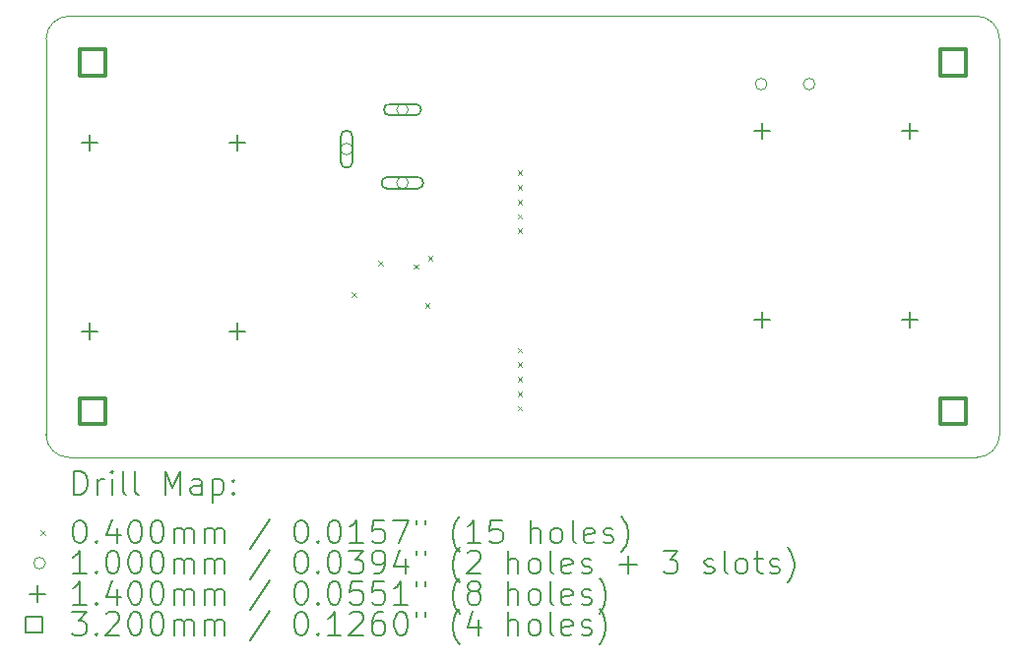
<source format=gbr>
%TF.GenerationSoftware,KiCad,Pcbnew,7.0.2*%
%TF.CreationDate,2023-11-21T13:08:44+01:00*%
%TF.ProjectId,ZDG_ELEKTRONIKA_D-class_AMP,5a44475f-454c-4454-9b54-524f4e494b41,rev?*%
%TF.SameCoordinates,Original*%
%TF.FileFunction,Drillmap*%
%TF.FilePolarity,Positive*%
%FSLAX45Y45*%
G04 Gerber Fmt 4.5, Leading zero omitted, Abs format (unit mm)*
G04 Created by KiCad (PCBNEW 7.0.2) date 2023-11-21 13:08:44*
%MOMM*%
%LPD*%
G01*
G04 APERTURE LIST*
%ADD10C,0.100000*%
%ADD11C,0.200000*%
%ADD12C,0.040000*%
%ADD13C,0.140000*%
%ADD14C,0.320000*%
G04 APERTURE END LIST*
D10*
X0Y-200000D02*
X0Y-3600000D01*
X8200000Y-3600000D02*
X8200000Y-200000D01*
X0Y-3600000D02*
G75*
G03*
X200000Y-3800000I200000J0D01*
G01*
X8200000Y-200000D02*
G75*
G03*
X8000000Y0I-200000J0D01*
G01*
X8000000Y-3800000D02*
G75*
G03*
X8200000Y-3600000I0J200000D01*
G01*
X200000Y-3800000D02*
X8000000Y-3800000D01*
X200000Y0D02*
X8000000Y0D01*
X200000Y0D02*
G75*
G03*
X0Y-200000I0J-200000D01*
G01*
D11*
D12*
X2630000Y-2380000D02*
X2670000Y-2420000D01*
X2670000Y-2380000D02*
X2630000Y-2420000D01*
X2855000Y-2105000D02*
X2895000Y-2145000D01*
X2895000Y-2105000D02*
X2855000Y-2145000D01*
X3160000Y-2135000D02*
X3200000Y-2175000D01*
X3200000Y-2135000D02*
X3160000Y-2175000D01*
X3260000Y-2470000D02*
X3300000Y-2510000D01*
X3300000Y-2470000D02*
X3260000Y-2510000D01*
X3285000Y-2065000D02*
X3325000Y-2105000D01*
X3325000Y-2065000D02*
X3285000Y-2105000D01*
X4055000Y-1330000D02*
X4095000Y-1370000D01*
X4095000Y-1330000D02*
X4055000Y-1370000D01*
X4055000Y-1455000D02*
X4095000Y-1495000D01*
X4095000Y-1455000D02*
X4055000Y-1495000D01*
X4055000Y-1580000D02*
X4095000Y-1620000D01*
X4095000Y-1580000D02*
X4055000Y-1620000D01*
X4055000Y-1705000D02*
X4095000Y-1745000D01*
X4095000Y-1705000D02*
X4055000Y-1745000D01*
X4055000Y-1830000D02*
X4095000Y-1870000D01*
X4095000Y-1830000D02*
X4055000Y-1870000D01*
X4055000Y-2855000D02*
X4095000Y-2895000D01*
X4095000Y-2855000D02*
X4055000Y-2895000D01*
X4055000Y-2980000D02*
X4095000Y-3020000D01*
X4095000Y-2980000D02*
X4055000Y-3020000D01*
X4055000Y-3105000D02*
X4095000Y-3145000D01*
X4095000Y-3105000D02*
X4055000Y-3145000D01*
X4055000Y-3230000D02*
X4095000Y-3270000D01*
X4095000Y-3230000D02*
X4055000Y-3270000D01*
X4055000Y-3355000D02*
X4095000Y-3395000D01*
X4095000Y-3355000D02*
X4055000Y-3395000D01*
D10*
X2635000Y-1145000D02*
G75*
G03*
X2635000Y-1145000I-50000J0D01*
G01*
D11*
X2635000Y-1255000D02*
X2635000Y-1035000D01*
X2635000Y-1035000D02*
G75*
G03*
X2535000Y-1035000I-50000J0D01*
G01*
X2535000Y-1035000D02*
X2535000Y-1255000D01*
X2535000Y-1255000D02*
G75*
G03*
X2635000Y-1255000I50000J0D01*
G01*
D10*
X3115000Y-805000D02*
G75*
G03*
X3115000Y-805000I-50000J0D01*
G01*
D11*
X3175000Y-755000D02*
X2955000Y-755000D01*
X2955000Y-755000D02*
G75*
G03*
X2955000Y-855000I0J-50000D01*
G01*
X2955000Y-855000D02*
X3175000Y-855000D01*
X3175000Y-855000D02*
G75*
G03*
X3175000Y-755000I0J50000D01*
G01*
D10*
X3115000Y-1435000D02*
G75*
G03*
X3115000Y-1435000I-50000J0D01*
G01*
D11*
X3195000Y-1385000D02*
X2935000Y-1385000D01*
X2935000Y-1385000D02*
G75*
G03*
X2935000Y-1485000I0J-50000D01*
G01*
X2935000Y-1485000D02*
X3195000Y-1485000D01*
X3195000Y-1485000D02*
G75*
G03*
X3195000Y-1385000I0J50000D01*
G01*
D10*
X6200000Y-585000D02*
G75*
G03*
X6200000Y-585000I-50000J0D01*
G01*
X6612500Y-585000D02*
G75*
G03*
X6612500Y-585000I-50000J0D01*
G01*
D13*
X373500Y-1018500D02*
X373500Y-1158500D01*
X303500Y-1088500D02*
X443500Y-1088500D01*
X373500Y-2641500D02*
X373500Y-2781500D01*
X303500Y-2711500D02*
X443500Y-2711500D01*
X1643500Y-1018500D02*
X1643500Y-1158500D01*
X1573500Y-1088500D02*
X1713500Y-1088500D01*
X1643500Y-2641500D02*
X1643500Y-2781500D01*
X1573500Y-2711500D02*
X1713500Y-2711500D01*
X6156500Y-918500D02*
X6156500Y-1058500D01*
X6086500Y-988500D02*
X6226500Y-988500D01*
X6156500Y-2541500D02*
X6156500Y-2681500D01*
X6086500Y-2611500D02*
X6226500Y-2611500D01*
X7426500Y-918500D02*
X7426500Y-1058500D01*
X7356500Y-988500D02*
X7496500Y-988500D01*
X7426500Y-2541500D02*
X7426500Y-2681500D01*
X7356500Y-2611500D02*
X7496500Y-2611500D01*
D14*
X513138Y-513138D02*
X513138Y-286862D01*
X286862Y-286862D01*
X286862Y-513138D01*
X513138Y-513138D01*
X513138Y-3513138D02*
X513138Y-3286862D01*
X286862Y-3286862D01*
X286862Y-3513138D01*
X513138Y-3513138D01*
X7913138Y-513138D02*
X7913138Y-286862D01*
X7686862Y-286862D01*
X7686862Y-513138D01*
X7913138Y-513138D01*
X7913138Y-3513138D02*
X7913138Y-3286862D01*
X7686862Y-3286862D01*
X7686862Y-3513138D01*
X7913138Y-3513138D01*
D11*
X242619Y-4117524D02*
X242619Y-3917524D01*
X242619Y-3917524D02*
X290238Y-3917524D01*
X290238Y-3917524D02*
X318810Y-3927048D01*
X318810Y-3927048D02*
X337857Y-3946095D01*
X337857Y-3946095D02*
X347381Y-3965143D01*
X347381Y-3965143D02*
X356905Y-4003238D01*
X356905Y-4003238D02*
X356905Y-4031809D01*
X356905Y-4031809D02*
X347381Y-4069905D01*
X347381Y-4069905D02*
X337857Y-4088952D01*
X337857Y-4088952D02*
X318810Y-4108000D01*
X318810Y-4108000D02*
X290238Y-4117524D01*
X290238Y-4117524D02*
X242619Y-4117524D01*
X442619Y-4117524D02*
X442619Y-3984190D01*
X442619Y-4022286D02*
X452143Y-4003238D01*
X452143Y-4003238D02*
X461667Y-3993714D01*
X461667Y-3993714D02*
X480714Y-3984190D01*
X480714Y-3984190D02*
X499762Y-3984190D01*
X566429Y-4117524D02*
X566429Y-3984190D01*
X566429Y-3917524D02*
X556905Y-3927048D01*
X556905Y-3927048D02*
X566429Y-3936571D01*
X566429Y-3936571D02*
X575952Y-3927048D01*
X575952Y-3927048D02*
X566429Y-3917524D01*
X566429Y-3917524D02*
X566429Y-3936571D01*
X690238Y-4117524D02*
X671190Y-4108000D01*
X671190Y-4108000D02*
X661667Y-4088952D01*
X661667Y-4088952D02*
X661667Y-3917524D01*
X795000Y-4117524D02*
X775952Y-4108000D01*
X775952Y-4108000D02*
X766428Y-4088952D01*
X766428Y-4088952D02*
X766428Y-3917524D01*
X1023571Y-4117524D02*
X1023571Y-3917524D01*
X1023571Y-3917524D02*
X1090238Y-4060381D01*
X1090238Y-4060381D02*
X1156905Y-3917524D01*
X1156905Y-3917524D02*
X1156905Y-4117524D01*
X1337857Y-4117524D02*
X1337857Y-4012762D01*
X1337857Y-4012762D02*
X1328333Y-3993714D01*
X1328333Y-3993714D02*
X1309286Y-3984190D01*
X1309286Y-3984190D02*
X1271190Y-3984190D01*
X1271190Y-3984190D02*
X1252143Y-3993714D01*
X1337857Y-4108000D02*
X1318810Y-4117524D01*
X1318810Y-4117524D02*
X1271190Y-4117524D01*
X1271190Y-4117524D02*
X1252143Y-4108000D01*
X1252143Y-4108000D02*
X1242619Y-4088952D01*
X1242619Y-4088952D02*
X1242619Y-4069905D01*
X1242619Y-4069905D02*
X1252143Y-4050857D01*
X1252143Y-4050857D02*
X1271190Y-4041333D01*
X1271190Y-4041333D02*
X1318810Y-4041333D01*
X1318810Y-4041333D02*
X1337857Y-4031809D01*
X1433095Y-3984190D02*
X1433095Y-4184190D01*
X1433095Y-3993714D02*
X1452143Y-3984190D01*
X1452143Y-3984190D02*
X1490238Y-3984190D01*
X1490238Y-3984190D02*
X1509286Y-3993714D01*
X1509286Y-3993714D02*
X1518809Y-4003238D01*
X1518809Y-4003238D02*
X1528333Y-4022286D01*
X1528333Y-4022286D02*
X1528333Y-4079428D01*
X1528333Y-4079428D02*
X1518809Y-4098476D01*
X1518809Y-4098476D02*
X1509286Y-4108000D01*
X1509286Y-4108000D02*
X1490238Y-4117524D01*
X1490238Y-4117524D02*
X1452143Y-4117524D01*
X1452143Y-4117524D02*
X1433095Y-4108000D01*
X1614048Y-4098476D02*
X1623571Y-4108000D01*
X1623571Y-4108000D02*
X1614048Y-4117524D01*
X1614048Y-4117524D02*
X1604524Y-4108000D01*
X1604524Y-4108000D02*
X1614048Y-4098476D01*
X1614048Y-4098476D02*
X1614048Y-4117524D01*
X1614048Y-3993714D02*
X1623571Y-4003238D01*
X1623571Y-4003238D02*
X1614048Y-4012762D01*
X1614048Y-4012762D02*
X1604524Y-4003238D01*
X1604524Y-4003238D02*
X1614048Y-3993714D01*
X1614048Y-3993714D02*
X1614048Y-4012762D01*
D12*
X-45000Y-4425000D02*
X-5000Y-4465000D01*
X-5000Y-4425000D02*
X-45000Y-4465000D01*
D11*
X280714Y-4337524D02*
X299762Y-4337524D01*
X299762Y-4337524D02*
X318810Y-4347048D01*
X318810Y-4347048D02*
X328333Y-4356571D01*
X328333Y-4356571D02*
X337857Y-4375619D01*
X337857Y-4375619D02*
X347381Y-4413714D01*
X347381Y-4413714D02*
X347381Y-4461333D01*
X347381Y-4461333D02*
X337857Y-4499429D01*
X337857Y-4499429D02*
X328333Y-4518476D01*
X328333Y-4518476D02*
X318810Y-4528000D01*
X318810Y-4528000D02*
X299762Y-4537524D01*
X299762Y-4537524D02*
X280714Y-4537524D01*
X280714Y-4537524D02*
X261667Y-4528000D01*
X261667Y-4528000D02*
X252143Y-4518476D01*
X252143Y-4518476D02*
X242619Y-4499429D01*
X242619Y-4499429D02*
X233095Y-4461333D01*
X233095Y-4461333D02*
X233095Y-4413714D01*
X233095Y-4413714D02*
X242619Y-4375619D01*
X242619Y-4375619D02*
X252143Y-4356571D01*
X252143Y-4356571D02*
X261667Y-4347048D01*
X261667Y-4347048D02*
X280714Y-4337524D01*
X433095Y-4518476D02*
X442619Y-4528000D01*
X442619Y-4528000D02*
X433095Y-4537524D01*
X433095Y-4537524D02*
X423571Y-4528000D01*
X423571Y-4528000D02*
X433095Y-4518476D01*
X433095Y-4518476D02*
X433095Y-4537524D01*
X614048Y-4404190D02*
X614048Y-4537524D01*
X566429Y-4328000D02*
X518809Y-4470857D01*
X518809Y-4470857D02*
X642619Y-4470857D01*
X756905Y-4337524D02*
X775952Y-4337524D01*
X775952Y-4337524D02*
X795000Y-4347048D01*
X795000Y-4347048D02*
X804524Y-4356571D01*
X804524Y-4356571D02*
X814048Y-4375619D01*
X814048Y-4375619D02*
X823571Y-4413714D01*
X823571Y-4413714D02*
X823571Y-4461333D01*
X823571Y-4461333D02*
X814048Y-4499429D01*
X814048Y-4499429D02*
X804524Y-4518476D01*
X804524Y-4518476D02*
X795000Y-4528000D01*
X795000Y-4528000D02*
X775952Y-4537524D01*
X775952Y-4537524D02*
X756905Y-4537524D01*
X756905Y-4537524D02*
X737857Y-4528000D01*
X737857Y-4528000D02*
X728333Y-4518476D01*
X728333Y-4518476D02*
X718809Y-4499429D01*
X718809Y-4499429D02*
X709286Y-4461333D01*
X709286Y-4461333D02*
X709286Y-4413714D01*
X709286Y-4413714D02*
X718809Y-4375619D01*
X718809Y-4375619D02*
X728333Y-4356571D01*
X728333Y-4356571D02*
X737857Y-4347048D01*
X737857Y-4347048D02*
X756905Y-4337524D01*
X947381Y-4337524D02*
X966429Y-4337524D01*
X966429Y-4337524D02*
X985476Y-4347048D01*
X985476Y-4347048D02*
X995000Y-4356571D01*
X995000Y-4356571D02*
X1004524Y-4375619D01*
X1004524Y-4375619D02*
X1014048Y-4413714D01*
X1014048Y-4413714D02*
X1014048Y-4461333D01*
X1014048Y-4461333D02*
X1004524Y-4499429D01*
X1004524Y-4499429D02*
X995000Y-4518476D01*
X995000Y-4518476D02*
X985476Y-4528000D01*
X985476Y-4528000D02*
X966429Y-4537524D01*
X966429Y-4537524D02*
X947381Y-4537524D01*
X947381Y-4537524D02*
X928333Y-4528000D01*
X928333Y-4528000D02*
X918809Y-4518476D01*
X918809Y-4518476D02*
X909286Y-4499429D01*
X909286Y-4499429D02*
X899762Y-4461333D01*
X899762Y-4461333D02*
X899762Y-4413714D01*
X899762Y-4413714D02*
X909286Y-4375619D01*
X909286Y-4375619D02*
X918809Y-4356571D01*
X918809Y-4356571D02*
X928333Y-4347048D01*
X928333Y-4347048D02*
X947381Y-4337524D01*
X1099762Y-4537524D02*
X1099762Y-4404190D01*
X1099762Y-4423238D02*
X1109286Y-4413714D01*
X1109286Y-4413714D02*
X1128333Y-4404190D01*
X1128333Y-4404190D02*
X1156905Y-4404190D01*
X1156905Y-4404190D02*
X1175952Y-4413714D01*
X1175952Y-4413714D02*
X1185476Y-4432762D01*
X1185476Y-4432762D02*
X1185476Y-4537524D01*
X1185476Y-4432762D02*
X1195000Y-4413714D01*
X1195000Y-4413714D02*
X1214048Y-4404190D01*
X1214048Y-4404190D02*
X1242619Y-4404190D01*
X1242619Y-4404190D02*
X1261667Y-4413714D01*
X1261667Y-4413714D02*
X1271191Y-4432762D01*
X1271191Y-4432762D02*
X1271191Y-4537524D01*
X1366429Y-4537524D02*
X1366429Y-4404190D01*
X1366429Y-4423238D02*
X1375952Y-4413714D01*
X1375952Y-4413714D02*
X1395000Y-4404190D01*
X1395000Y-4404190D02*
X1423571Y-4404190D01*
X1423571Y-4404190D02*
X1442619Y-4413714D01*
X1442619Y-4413714D02*
X1452143Y-4432762D01*
X1452143Y-4432762D02*
X1452143Y-4537524D01*
X1452143Y-4432762D02*
X1461667Y-4413714D01*
X1461667Y-4413714D02*
X1480714Y-4404190D01*
X1480714Y-4404190D02*
X1509286Y-4404190D01*
X1509286Y-4404190D02*
X1528333Y-4413714D01*
X1528333Y-4413714D02*
X1537857Y-4432762D01*
X1537857Y-4432762D02*
X1537857Y-4537524D01*
X1928333Y-4328000D02*
X1756905Y-4585143D01*
X2185476Y-4337524D02*
X2204524Y-4337524D01*
X2204524Y-4337524D02*
X2223572Y-4347048D01*
X2223572Y-4347048D02*
X2233095Y-4356571D01*
X2233095Y-4356571D02*
X2242619Y-4375619D01*
X2242619Y-4375619D02*
X2252143Y-4413714D01*
X2252143Y-4413714D02*
X2252143Y-4461333D01*
X2252143Y-4461333D02*
X2242619Y-4499429D01*
X2242619Y-4499429D02*
X2233095Y-4518476D01*
X2233095Y-4518476D02*
X2223572Y-4528000D01*
X2223572Y-4528000D02*
X2204524Y-4537524D01*
X2204524Y-4537524D02*
X2185476Y-4537524D01*
X2185476Y-4537524D02*
X2166429Y-4528000D01*
X2166429Y-4528000D02*
X2156905Y-4518476D01*
X2156905Y-4518476D02*
X2147381Y-4499429D01*
X2147381Y-4499429D02*
X2137857Y-4461333D01*
X2137857Y-4461333D02*
X2137857Y-4413714D01*
X2137857Y-4413714D02*
X2147381Y-4375619D01*
X2147381Y-4375619D02*
X2156905Y-4356571D01*
X2156905Y-4356571D02*
X2166429Y-4347048D01*
X2166429Y-4347048D02*
X2185476Y-4337524D01*
X2337857Y-4518476D02*
X2347381Y-4528000D01*
X2347381Y-4528000D02*
X2337857Y-4537524D01*
X2337857Y-4537524D02*
X2328334Y-4528000D01*
X2328334Y-4528000D02*
X2337857Y-4518476D01*
X2337857Y-4518476D02*
X2337857Y-4537524D01*
X2471191Y-4337524D02*
X2490238Y-4337524D01*
X2490238Y-4337524D02*
X2509286Y-4347048D01*
X2509286Y-4347048D02*
X2518810Y-4356571D01*
X2518810Y-4356571D02*
X2528334Y-4375619D01*
X2528334Y-4375619D02*
X2537857Y-4413714D01*
X2537857Y-4413714D02*
X2537857Y-4461333D01*
X2537857Y-4461333D02*
X2528334Y-4499429D01*
X2528334Y-4499429D02*
X2518810Y-4518476D01*
X2518810Y-4518476D02*
X2509286Y-4528000D01*
X2509286Y-4528000D02*
X2490238Y-4537524D01*
X2490238Y-4537524D02*
X2471191Y-4537524D01*
X2471191Y-4537524D02*
X2452143Y-4528000D01*
X2452143Y-4528000D02*
X2442619Y-4518476D01*
X2442619Y-4518476D02*
X2433095Y-4499429D01*
X2433095Y-4499429D02*
X2423572Y-4461333D01*
X2423572Y-4461333D02*
X2423572Y-4413714D01*
X2423572Y-4413714D02*
X2433095Y-4375619D01*
X2433095Y-4375619D02*
X2442619Y-4356571D01*
X2442619Y-4356571D02*
X2452143Y-4347048D01*
X2452143Y-4347048D02*
X2471191Y-4337524D01*
X2728334Y-4537524D02*
X2614048Y-4537524D01*
X2671191Y-4537524D02*
X2671191Y-4337524D01*
X2671191Y-4337524D02*
X2652143Y-4366095D01*
X2652143Y-4366095D02*
X2633095Y-4385143D01*
X2633095Y-4385143D02*
X2614048Y-4394667D01*
X2909286Y-4337524D02*
X2814048Y-4337524D01*
X2814048Y-4337524D02*
X2804524Y-4432762D01*
X2804524Y-4432762D02*
X2814048Y-4423238D01*
X2814048Y-4423238D02*
X2833095Y-4413714D01*
X2833095Y-4413714D02*
X2880714Y-4413714D01*
X2880714Y-4413714D02*
X2899762Y-4423238D01*
X2899762Y-4423238D02*
X2909286Y-4432762D01*
X2909286Y-4432762D02*
X2918810Y-4451810D01*
X2918810Y-4451810D02*
X2918810Y-4499429D01*
X2918810Y-4499429D02*
X2909286Y-4518476D01*
X2909286Y-4518476D02*
X2899762Y-4528000D01*
X2899762Y-4528000D02*
X2880714Y-4537524D01*
X2880714Y-4537524D02*
X2833095Y-4537524D01*
X2833095Y-4537524D02*
X2814048Y-4528000D01*
X2814048Y-4528000D02*
X2804524Y-4518476D01*
X2985476Y-4337524D02*
X3118810Y-4337524D01*
X3118810Y-4337524D02*
X3033095Y-4537524D01*
X3185476Y-4337524D02*
X3185476Y-4375619D01*
X3261667Y-4337524D02*
X3261667Y-4375619D01*
X3556905Y-4613714D02*
X3547381Y-4604190D01*
X3547381Y-4604190D02*
X3528334Y-4575619D01*
X3528334Y-4575619D02*
X3518810Y-4556571D01*
X3518810Y-4556571D02*
X3509286Y-4528000D01*
X3509286Y-4528000D02*
X3499762Y-4480381D01*
X3499762Y-4480381D02*
X3499762Y-4442286D01*
X3499762Y-4442286D02*
X3509286Y-4394667D01*
X3509286Y-4394667D02*
X3518810Y-4366095D01*
X3518810Y-4366095D02*
X3528334Y-4347048D01*
X3528334Y-4347048D02*
X3547381Y-4318476D01*
X3547381Y-4318476D02*
X3556905Y-4308952D01*
X3737857Y-4537524D02*
X3623572Y-4537524D01*
X3680714Y-4537524D02*
X3680714Y-4337524D01*
X3680714Y-4337524D02*
X3661667Y-4366095D01*
X3661667Y-4366095D02*
X3642619Y-4385143D01*
X3642619Y-4385143D02*
X3623572Y-4394667D01*
X3918810Y-4337524D02*
X3823572Y-4337524D01*
X3823572Y-4337524D02*
X3814048Y-4432762D01*
X3814048Y-4432762D02*
X3823572Y-4423238D01*
X3823572Y-4423238D02*
X3842619Y-4413714D01*
X3842619Y-4413714D02*
X3890238Y-4413714D01*
X3890238Y-4413714D02*
X3909286Y-4423238D01*
X3909286Y-4423238D02*
X3918810Y-4432762D01*
X3918810Y-4432762D02*
X3928334Y-4451810D01*
X3928334Y-4451810D02*
X3928334Y-4499429D01*
X3928334Y-4499429D02*
X3918810Y-4518476D01*
X3918810Y-4518476D02*
X3909286Y-4528000D01*
X3909286Y-4528000D02*
X3890238Y-4537524D01*
X3890238Y-4537524D02*
X3842619Y-4537524D01*
X3842619Y-4537524D02*
X3823572Y-4528000D01*
X3823572Y-4528000D02*
X3814048Y-4518476D01*
X4166429Y-4537524D02*
X4166429Y-4337524D01*
X4252143Y-4537524D02*
X4252143Y-4432762D01*
X4252143Y-4432762D02*
X4242619Y-4413714D01*
X4242619Y-4413714D02*
X4223572Y-4404190D01*
X4223572Y-4404190D02*
X4195000Y-4404190D01*
X4195000Y-4404190D02*
X4175953Y-4413714D01*
X4175953Y-4413714D02*
X4166429Y-4423238D01*
X4375953Y-4537524D02*
X4356905Y-4528000D01*
X4356905Y-4528000D02*
X4347381Y-4518476D01*
X4347381Y-4518476D02*
X4337858Y-4499429D01*
X4337858Y-4499429D02*
X4337858Y-4442286D01*
X4337858Y-4442286D02*
X4347381Y-4423238D01*
X4347381Y-4423238D02*
X4356905Y-4413714D01*
X4356905Y-4413714D02*
X4375953Y-4404190D01*
X4375953Y-4404190D02*
X4404524Y-4404190D01*
X4404524Y-4404190D02*
X4423572Y-4413714D01*
X4423572Y-4413714D02*
X4433096Y-4423238D01*
X4433096Y-4423238D02*
X4442619Y-4442286D01*
X4442619Y-4442286D02*
X4442619Y-4499429D01*
X4442619Y-4499429D02*
X4433096Y-4518476D01*
X4433096Y-4518476D02*
X4423572Y-4528000D01*
X4423572Y-4528000D02*
X4404524Y-4537524D01*
X4404524Y-4537524D02*
X4375953Y-4537524D01*
X4556905Y-4537524D02*
X4537858Y-4528000D01*
X4537858Y-4528000D02*
X4528334Y-4508952D01*
X4528334Y-4508952D02*
X4528334Y-4337524D01*
X4709286Y-4528000D02*
X4690239Y-4537524D01*
X4690239Y-4537524D02*
X4652143Y-4537524D01*
X4652143Y-4537524D02*
X4633096Y-4528000D01*
X4633096Y-4528000D02*
X4623572Y-4508952D01*
X4623572Y-4508952D02*
X4623572Y-4432762D01*
X4623572Y-4432762D02*
X4633096Y-4413714D01*
X4633096Y-4413714D02*
X4652143Y-4404190D01*
X4652143Y-4404190D02*
X4690239Y-4404190D01*
X4690239Y-4404190D02*
X4709286Y-4413714D01*
X4709286Y-4413714D02*
X4718810Y-4432762D01*
X4718810Y-4432762D02*
X4718810Y-4451810D01*
X4718810Y-4451810D02*
X4623572Y-4470857D01*
X4795000Y-4528000D02*
X4814048Y-4537524D01*
X4814048Y-4537524D02*
X4852143Y-4537524D01*
X4852143Y-4537524D02*
X4871191Y-4528000D01*
X4871191Y-4528000D02*
X4880715Y-4508952D01*
X4880715Y-4508952D02*
X4880715Y-4499429D01*
X4880715Y-4499429D02*
X4871191Y-4480381D01*
X4871191Y-4480381D02*
X4852143Y-4470857D01*
X4852143Y-4470857D02*
X4823572Y-4470857D01*
X4823572Y-4470857D02*
X4804524Y-4461333D01*
X4804524Y-4461333D02*
X4795000Y-4442286D01*
X4795000Y-4442286D02*
X4795000Y-4432762D01*
X4795000Y-4432762D02*
X4804524Y-4413714D01*
X4804524Y-4413714D02*
X4823572Y-4404190D01*
X4823572Y-4404190D02*
X4852143Y-4404190D01*
X4852143Y-4404190D02*
X4871191Y-4413714D01*
X4947381Y-4613714D02*
X4956905Y-4604190D01*
X4956905Y-4604190D02*
X4975953Y-4575619D01*
X4975953Y-4575619D02*
X4985477Y-4556571D01*
X4985477Y-4556571D02*
X4995000Y-4528000D01*
X4995000Y-4528000D02*
X5004524Y-4480381D01*
X5004524Y-4480381D02*
X5004524Y-4442286D01*
X5004524Y-4442286D02*
X4995000Y-4394667D01*
X4995000Y-4394667D02*
X4985477Y-4366095D01*
X4985477Y-4366095D02*
X4975953Y-4347048D01*
X4975953Y-4347048D02*
X4956905Y-4318476D01*
X4956905Y-4318476D02*
X4947381Y-4308952D01*
D10*
X-5000Y-4709000D02*
G75*
G03*
X-5000Y-4709000I-50000J0D01*
G01*
D11*
X347381Y-4801524D02*
X233095Y-4801524D01*
X290238Y-4801524D02*
X290238Y-4601524D01*
X290238Y-4601524D02*
X271190Y-4630095D01*
X271190Y-4630095D02*
X252143Y-4649143D01*
X252143Y-4649143D02*
X233095Y-4658667D01*
X433095Y-4782476D02*
X442619Y-4792000D01*
X442619Y-4792000D02*
X433095Y-4801524D01*
X433095Y-4801524D02*
X423571Y-4792000D01*
X423571Y-4792000D02*
X433095Y-4782476D01*
X433095Y-4782476D02*
X433095Y-4801524D01*
X566429Y-4601524D02*
X585476Y-4601524D01*
X585476Y-4601524D02*
X604524Y-4611048D01*
X604524Y-4611048D02*
X614048Y-4620571D01*
X614048Y-4620571D02*
X623571Y-4639619D01*
X623571Y-4639619D02*
X633095Y-4677714D01*
X633095Y-4677714D02*
X633095Y-4725333D01*
X633095Y-4725333D02*
X623571Y-4763429D01*
X623571Y-4763429D02*
X614048Y-4782476D01*
X614048Y-4782476D02*
X604524Y-4792000D01*
X604524Y-4792000D02*
X585476Y-4801524D01*
X585476Y-4801524D02*
X566429Y-4801524D01*
X566429Y-4801524D02*
X547381Y-4792000D01*
X547381Y-4792000D02*
X537857Y-4782476D01*
X537857Y-4782476D02*
X528333Y-4763429D01*
X528333Y-4763429D02*
X518809Y-4725333D01*
X518809Y-4725333D02*
X518809Y-4677714D01*
X518809Y-4677714D02*
X528333Y-4639619D01*
X528333Y-4639619D02*
X537857Y-4620571D01*
X537857Y-4620571D02*
X547381Y-4611048D01*
X547381Y-4611048D02*
X566429Y-4601524D01*
X756905Y-4601524D02*
X775952Y-4601524D01*
X775952Y-4601524D02*
X795000Y-4611048D01*
X795000Y-4611048D02*
X804524Y-4620571D01*
X804524Y-4620571D02*
X814048Y-4639619D01*
X814048Y-4639619D02*
X823571Y-4677714D01*
X823571Y-4677714D02*
X823571Y-4725333D01*
X823571Y-4725333D02*
X814048Y-4763429D01*
X814048Y-4763429D02*
X804524Y-4782476D01*
X804524Y-4782476D02*
X795000Y-4792000D01*
X795000Y-4792000D02*
X775952Y-4801524D01*
X775952Y-4801524D02*
X756905Y-4801524D01*
X756905Y-4801524D02*
X737857Y-4792000D01*
X737857Y-4792000D02*
X728333Y-4782476D01*
X728333Y-4782476D02*
X718809Y-4763429D01*
X718809Y-4763429D02*
X709286Y-4725333D01*
X709286Y-4725333D02*
X709286Y-4677714D01*
X709286Y-4677714D02*
X718809Y-4639619D01*
X718809Y-4639619D02*
X728333Y-4620571D01*
X728333Y-4620571D02*
X737857Y-4611048D01*
X737857Y-4611048D02*
X756905Y-4601524D01*
X947381Y-4601524D02*
X966429Y-4601524D01*
X966429Y-4601524D02*
X985476Y-4611048D01*
X985476Y-4611048D02*
X995000Y-4620571D01*
X995000Y-4620571D02*
X1004524Y-4639619D01*
X1004524Y-4639619D02*
X1014048Y-4677714D01*
X1014048Y-4677714D02*
X1014048Y-4725333D01*
X1014048Y-4725333D02*
X1004524Y-4763429D01*
X1004524Y-4763429D02*
X995000Y-4782476D01*
X995000Y-4782476D02*
X985476Y-4792000D01*
X985476Y-4792000D02*
X966429Y-4801524D01*
X966429Y-4801524D02*
X947381Y-4801524D01*
X947381Y-4801524D02*
X928333Y-4792000D01*
X928333Y-4792000D02*
X918809Y-4782476D01*
X918809Y-4782476D02*
X909286Y-4763429D01*
X909286Y-4763429D02*
X899762Y-4725333D01*
X899762Y-4725333D02*
X899762Y-4677714D01*
X899762Y-4677714D02*
X909286Y-4639619D01*
X909286Y-4639619D02*
X918809Y-4620571D01*
X918809Y-4620571D02*
X928333Y-4611048D01*
X928333Y-4611048D02*
X947381Y-4601524D01*
X1099762Y-4801524D02*
X1099762Y-4668190D01*
X1099762Y-4687238D02*
X1109286Y-4677714D01*
X1109286Y-4677714D02*
X1128333Y-4668190D01*
X1128333Y-4668190D02*
X1156905Y-4668190D01*
X1156905Y-4668190D02*
X1175952Y-4677714D01*
X1175952Y-4677714D02*
X1185476Y-4696762D01*
X1185476Y-4696762D02*
X1185476Y-4801524D01*
X1185476Y-4696762D02*
X1195000Y-4677714D01*
X1195000Y-4677714D02*
X1214048Y-4668190D01*
X1214048Y-4668190D02*
X1242619Y-4668190D01*
X1242619Y-4668190D02*
X1261667Y-4677714D01*
X1261667Y-4677714D02*
X1271191Y-4696762D01*
X1271191Y-4696762D02*
X1271191Y-4801524D01*
X1366429Y-4801524D02*
X1366429Y-4668190D01*
X1366429Y-4687238D02*
X1375952Y-4677714D01*
X1375952Y-4677714D02*
X1395000Y-4668190D01*
X1395000Y-4668190D02*
X1423571Y-4668190D01*
X1423571Y-4668190D02*
X1442619Y-4677714D01*
X1442619Y-4677714D02*
X1452143Y-4696762D01*
X1452143Y-4696762D02*
X1452143Y-4801524D01*
X1452143Y-4696762D02*
X1461667Y-4677714D01*
X1461667Y-4677714D02*
X1480714Y-4668190D01*
X1480714Y-4668190D02*
X1509286Y-4668190D01*
X1509286Y-4668190D02*
X1528333Y-4677714D01*
X1528333Y-4677714D02*
X1537857Y-4696762D01*
X1537857Y-4696762D02*
X1537857Y-4801524D01*
X1928333Y-4592000D02*
X1756905Y-4849143D01*
X2185476Y-4601524D02*
X2204524Y-4601524D01*
X2204524Y-4601524D02*
X2223572Y-4611048D01*
X2223572Y-4611048D02*
X2233095Y-4620571D01*
X2233095Y-4620571D02*
X2242619Y-4639619D01*
X2242619Y-4639619D02*
X2252143Y-4677714D01*
X2252143Y-4677714D02*
X2252143Y-4725333D01*
X2252143Y-4725333D02*
X2242619Y-4763429D01*
X2242619Y-4763429D02*
X2233095Y-4782476D01*
X2233095Y-4782476D02*
X2223572Y-4792000D01*
X2223572Y-4792000D02*
X2204524Y-4801524D01*
X2204524Y-4801524D02*
X2185476Y-4801524D01*
X2185476Y-4801524D02*
X2166429Y-4792000D01*
X2166429Y-4792000D02*
X2156905Y-4782476D01*
X2156905Y-4782476D02*
X2147381Y-4763429D01*
X2147381Y-4763429D02*
X2137857Y-4725333D01*
X2137857Y-4725333D02*
X2137857Y-4677714D01*
X2137857Y-4677714D02*
X2147381Y-4639619D01*
X2147381Y-4639619D02*
X2156905Y-4620571D01*
X2156905Y-4620571D02*
X2166429Y-4611048D01*
X2166429Y-4611048D02*
X2185476Y-4601524D01*
X2337857Y-4782476D02*
X2347381Y-4792000D01*
X2347381Y-4792000D02*
X2337857Y-4801524D01*
X2337857Y-4801524D02*
X2328334Y-4792000D01*
X2328334Y-4792000D02*
X2337857Y-4782476D01*
X2337857Y-4782476D02*
X2337857Y-4801524D01*
X2471191Y-4601524D02*
X2490238Y-4601524D01*
X2490238Y-4601524D02*
X2509286Y-4611048D01*
X2509286Y-4611048D02*
X2518810Y-4620571D01*
X2518810Y-4620571D02*
X2528334Y-4639619D01*
X2528334Y-4639619D02*
X2537857Y-4677714D01*
X2537857Y-4677714D02*
X2537857Y-4725333D01*
X2537857Y-4725333D02*
X2528334Y-4763429D01*
X2528334Y-4763429D02*
X2518810Y-4782476D01*
X2518810Y-4782476D02*
X2509286Y-4792000D01*
X2509286Y-4792000D02*
X2490238Y-4801524D01*
X2490238Y-4801524D02*
X2471191Y-4801524D01*
X2471191Y-4801524D02*
X2452143Y-4792000D01*
X2452143Y-4792000D02*
X2442619Y-4782476D01*
X2442619Y-4782476D02*
X2433095Y-4763429D01*
X2433095Y-4763429D02*
X2423572Y-4725333D01*
X2423572Y-4725333D02*
X2423572Y-4677714D01*
X2423572Y-4677714D02*
X2433095Y-4639619D01*
X2433095Y-4639619D02*
X2442619Y-4620571D01*
X2442619Y-4620571D02*
X2452143Y-4611048D01*
X2452143Y-4611048D02*
X2471191Y-4601524D01*
X2604524Y-4601524D02*
X2728334Y-4601524D01*
X2728334Y-4601524D02*
X2661667Y-4677714D01*
X2661667Y-4677714D02*
X2690238Y-4677714D01*
X2690238Y-4677714D02*
X2709286Y-4687238D01*
X2709286Y-4687238D02*
X2718810Y-4696762D01*
X2718810Y-4696762D02*
X2728334Y-4715810D01*
X2728334Y-4715810D02*
X2728334Y-4763429D01*
X2728334Y-4763429D02*
X2718810Y-4782476D01*
X2718810Y-4782476D02*
X2709286Y-4792000D01*
X2709286Y-4792000D02*
X2690238Y-4801524D01*
X2690238Y-4801524D02*
X2633095Y-4801524D01*
X2633095Y-4801524D02*
X2614048Y-4792000D01*
X2614048Y-4792000D02*
X2604524Y-4782476D01*
X2823572Y-4801524D02*
X2861667Y-4801524D01*
X2861667Y-4801524D02*
X2880714Y-4792000D01*
X2880714Y-4792000D02*
X2890238Y-4782476D01*
X2890238Y-4782476D02*
X2909286Y-4753905D01*
X2909286Y-4753905D02*
X2918810Y-4715810D01*
X2918810Y-4715810D02*
X2918810Y-4639619D01*
X2918810Y-4639619D02*
X2909286Y-4620571D01*
X2909286Y-4620571D02*
X2899762Y-4611048D01*
X2899762Y-4611048D02*
X2880714Y-4601524D01*
X2880714Y-4601524D02*
X2842619Y-4601524D01*
X2842619Y-4601524D02*
X2823572Y-4611048D01*
X2823572Y-4611048D02*
X2814048Y-4620571D01*
X2814048Y-4620571D02*
X2804524Y-4639619D01*
X2804524Y-4639619D02*
X2804524Y-4687238D01*
X2804524Y-4687238D02*
X2814048Y-4706286D01*
X2814048Y-4706286D02*
X2823572Y-4715810D01*
X2823572Y-4715810D02*
X2842619Y-4725333D01*
X2842619Y-4725333D02*
X2880714Y-4725333D01*
X2880714Y-4725333D02*
X2899762Y-4715810D01*
X2899762Y-4715810D02*
X2909286Y-4706286D01*
X2909286Y-4706286D02*
X2918810Y-4687238D01*
X3090238Y-4668190D02*
X3090238Y-4801524D01*
X3042619Y-4592000D02*
X2995000Y-4734857D01*
X2995000Y-4734857D02*
X3118810Y-4734857D01*
X3185476Y-4601524D02*
X3185476Y-4639619D01*
X3261667Y-4601524D02*
X3261667Y-4639619D01*
X3556905Y-4877714D02*
X3547381Y-4868190D01*
X3547381Y-4868190D02*
X3528334Y-4839619D01*
X3528334Y-4839619D02*
X3518810Y-4820571D01*
X3518810Y-4820571D02*
X3509286Y-4792000D01*
X3509286Y-4792000D02*
X3499762Y-4744381D01*
X3499762Y-4744381D02*
X3499762Y-4706286D01*
X3499762Y-4706286D02*
X3509286Y-4658667D01*
X3509286Y-4658667D02*
X3518810Y-4630095D01*
X3518810Y-4630095D02*
X3528334Y-4611048D01*
X3528334Y-4611048D02*
X3547381Y-4582476D01*
X3547381Y-4582476D02*
X3556905Y-4572952D01*
X3623572Y-4620571D02*
X3633095Y-4611048D01*
X3633095Y-4611048D02*
X3652143Y-4601524D01*
X3652143Y-4601524D02*
X3699762Y-4601524D01*
X3699762Y-4601524D02*
X3718810Y-4611048D01*
X3718810Y-4611048D02*
X3728334Y-4620571D01*
X3728334Y-4620571D02*
X3737857Y-4639619D01*
X3737857Y-4639619D02*
X3737857Y-4658667D01*
X3737857Y-4658667D02*
X3728334Y-4687238D01*
X3728334Y-4687238D02*
X3614048Y-4801524D01*
X3614048Y-4801524D02*
X3737857Y-4801524D01*
X3975953Y-4801524D02*
X3975953Y-4601524D01*
X4061667Y-4801524D02*
X4061667Y-4696762D01*
X4061667Y-4696762D02*
X4052143Y-4677714D01*
X4052143Y-4677714D02*
X4033096Y-4668190D01*
X4033096Y-4668190D02*
X4004524Y-4668190D01*
X4004524Y-4668190D02*
X3985476Y-4677714D01*
X3985476Y-4677714D02*
X3975953Y-4687238D01*
X4185476Y-4801524D02*
X4166429Y-4792000D01*
X4166429Y-4792000D02*
X4156905Y-4782476D01*
X4156905Y-4782476D02*
X4147381Y-4763429D01*
X4147381Y-4763429D02*
X4147381Y-4706286D01*
X4147381Y-4706286D02*
X4156905Y-4687238D01*
X4156905Y-4687238D02*
X4166429Y-4677714D01*
X4166429Y-4677714D02*
X4185476Y-4668190D01*
X4185476Y-4668190D02*
X4214048Y-4668190D01*
X4214048Y-4668190D02*
X4233096Y-4677714D01*
X4233096Y-4677714D02*
X4242619Y-4687238D01*
X4242619Y-4687238D02*
X4252143Y-4706286D01*
X4252143Y-4706286D02*
X4252143Y-4763429D01*
X4252143Y-4763429D02*
X4242619Y-4782476D01*
X4242619Y-4782476D02*
X4233096Y-4792000D01*
X4233096Y-4792000D02*
X4214048Y-4801524D01*
X4214048Y-4801524D02*
X4185476Y-4801524D01*
X4366429Y-4801524D02*
X4347381Y-4792000D01*
X4347381Y-4792000D02*
X4337858Y-4772952D01*
X4337858Y-4772952D02*
X4337858Y-4601524D01*
X4518810Y-4792000D02*
X4499762Y-4801524D01*
X4499762Y-4801524D02*
X4461667Y-4801524D01*
X4461667Y-4801524D02*
X4442619Y-4792000D01*
X4442619Y-4792000D02*
X4433096Y-4772952D01*
X4433096Y-4772952D02*
X4433096Y-4696762D01*
X4433096Y-4696762D02*
X4442619Y-4677714D01*
X4442619Y-4677714D02*
X4461667Y-4668190D01*
X4461667Y-4668190D02*
X4499762Y-4668190D01*
X4499762Y-4668190D02*
X4518810Y-4677714D01*
X4518810Y-4677714D02*
X4528334Y-4696762D01*
X4528334Y-4696762D02*
X4528334Y-4715810D01*
X4528334Y-4715810D02*
X4433096Y-4734857D01*
X4604524Y-4792000D02*
X4623572Y-4801524D01*
X4623572Y-4801524D02*
X4661667Y-4801524D01*
X4661667Y-4801524D02*
X4680715Y-4792000D01*
X4680715Y-4792000D02*
X4690239Y-4772952D01*
X4690239Y-4772952D02*
X4690239Y-4763429D01*
X4690239Y-4763429D02*
X4680715Y-4744381D01*
X4680715Y-4744381D02*
X4661667Y-4734857D01*
X4661667Y-4734857D02*
X4633096Y-4734857D01*
X4633096Y-4734857D02*
X4614048Y-4725333D01*
X4614048Y-4725333D02*
X4604524Y-4706286D01*
X4604524Y-4706286D02*
X4604524Y-4696762D01*
X4604524Y-4696762D02*
X4614048Y-4677714D01*
X4614048Y-4677714D02*
X4633096Y-4668190D01*
X4633096Y-4668190D02*
X4661667Y-4668190D01*
X4661667Y-4668190D02*
X4680715Y-4677714D01*
X4928334Y-4725333D02*
X5080715Y-4725333D01*
X5004524Y-4801524D02*
X5004524Y-4649143D01*
X5309286Y-4601524D02*
X5433096Y-4601524D01*
X5433096Y-4601524D02*
X5366429Y-4677714D01*
X5366429Y-4677714D02*
X5395001Y-4677714D01*
X5395001Y-4677714D02*
X5414048Y-4687238D01*
X5414048Y-4687238D02*
X5423572Y-4696762D01*
X5423572Y-4696762D02*
X5433096Y-4715810D01*
X5433096Y-4715810D02*
X5433096Y-4763429D01*
X5433096Y-4763429D02*
X5423572Y-4782476D01*
X5423572Y-4782476D02*
X5414048Y-4792000D01*
X5414048Y-4792000D02*
X5395001Y-4801524D01*
X5395001Y-4801524D02*
X5337858Y-4801524D01*
X5337858Y-4801524D02*
X5318810Y-4792000D01*
X5318810Y-4792000D02*
X5309286Y-4782476D01*
X5661667Y-4792000D02*
X5680715Y-4801524D01*
X5680715Y-4801524D02*
X5718810Y-4801524D01*
X5718810Y-4801524D02*
X5737858Y-4792000D01*
X5737858Y-4792000D02*
X5747381Y-4772952D01*
X5747381Y-4772952D02*
X5747381Y-4763429D01*
X5747381Y-4763429D02*
X5737858Y-4744381D01*
X5737858Y-4744381D02*
X5718810Y-4734857D01*
X5718810Y-4734857D02*
X5690239Y-4734857D01*
X5690239Y-4734857D02*
X5671191Y-4725333D01*
X5671191Y-4725333D02*
X5661667Y-4706286D01*
X5661667Y-4706286D02*
X5661667Y-4696762D01*
X5661667Y-4696762D02*
X5671191Y-4677714D01*
X5671191Y-4677714D02*
X5690239Y-4668190D01*
X5690239Y-4668190D02*
X5718810Y-4668190D01*
X5718810Y-4668190D02*
X5737858Y-4677714D01*
X5861667Y-4801524D02*
X5842620Y-4792000D01*
X5842620Y-4792000D02*
X5833096Y-4772952D01*
X5833096Y-4772952D02*
X5833096Y-4601524D01*
X5966429Y-4801524D02*
X5947381Y-4792000D01*
X5947381Y-4792000D02*
X5937858Y-4782476D01*
X5937858Y-4782476D02*
X5928334Y-4763429D01*
X5928334Y-4763429D02*
X5928334Y-4706286D01*
X5928334Y-4706286D02*
X5937858Y-4687238D01*
X5937858Y-4687238D02*
X5947381Y-4677714D01*
X5947381Y-4677714D02*
X5966429Y-4668190D01*
X5966429Y-4668190D02*
X5995001Y-4668190D01*
X5995001Y-4668190D02*
X6014048Y-4677714D01*
X6014048Y-4677714D02*
X6023572Y-4687238D01*
X6023572Y-4687238D02*
X6033096Y-4706286D01*
X6033096Y-4706286D02*
X6033096Y-4763429D01*
X6033096Y-4763429D02*
X6023572Y-4782476D01*
X6023572Y-4782476D02*
X6014048Y-4792000D01*
X6014048Y-4792000D02*
X5995001Y-4801524D01*
X5995001Y-4801524D02*
X5966429Y-4801524D01*
X6090239Y-4668190D02*
X6166429Y-4668190D01*
X6118810Y-4601524D02*
X6118810Y-4772952D01*
X6118810Y-4772952D02*
X6128334Y-4792000D01*
X6128334Y-4792000D02*
X6147381Y-4801524D01*
X6147381Y-4801524D02*
X6166429Y-4801524D01*
X6223572Y-4792000D02*
X6242620Y-4801524D01*
X6242620Y-4801524D02*
X6280715Y-4801524D01*
X6280715Y-4801524D02*
X6299762Y-4792000D01*
X6299762Y-4792000D02*
X6309286Y-4772952D01*
X6309286Y-4772952D02*
X6309286Y-4763429D01*
X6309286Y-4763429D02*
X6299762Y-4744381D01*
X6299762Y-4744381D02*
X6280715Y-4734857D01*
X6280715Y-4734857D02*
X6252143Y-4734857D01*
X6252143Y-4734857D02*
X6233096Y-4725333D01*
X6233096Y-4725333D02*
X6223572Y-4706286D01*
X6223572Y-4706286D02*
X6223572Y-4696762D01*
X6223572Y-4696762D02*
X6233096Y-4677714D01*
X6233096Y-4677714D02*
X6252143Y-4668190D01*
X6252143Y-4668190D02*
X6280715Y-4668190D01*
X6280715Y-4668190D02*
X6299762Y-4677714D01*
X6375953Y-4877714D02*
X6385477Y-4868190D01*
X6385477Y-4868190D02*
X6404524Y-4839619D01*
X6404524Y-4839619D02*
X6414048Y-4820571D01*
X6414048Y-4820571D02*
X6423572Y-4792000D01*
X6423572Y-4792000D02*
X6433096Y-4744381D01*
X6433096Y-4744381D02*
X6433096Y-4706286D01*
X6433096Y-4706286D02*
X6423572Y-4658667D01*
X6423572Y-4658667D02*
X6414048Y-4630095D01*
X6414048Y-4630095D02*
X6404524Y-4611048D01*
X6404524Y-4611048D02*
X6385477Y-4582476D01*
X6385477Y-4582476D02*
X6375953Y-4572952D01*
D13*
X-75000Y-4903000D02*
X-75000Y-5043000D01*
X-145000Y-4973000D02*
X-5000Y-4973000D01*
D11*
X347381Y-5065524D02*
X233095Y-5065524D01*
X290238Y-5065524D02*
X290238Y-4865524D01*
X290238Y-4865524D02*
X271190Y-4894095D01*
X271190Y-4894095D02*
X252143Y-4913143D01*
X252143Y-4913143D02*
X233095Y-4922667D01*
X433095Y-5046476D02*
X442619Y-5056000D01*
X442619Y-5056000D02*
X433095Y-5065524D01*
X433095Y-5065524D02*
X423571Y-5056000D01*
X423571Y-5056000D02*
X433095Y-5046476D01*
X433095Y-5046476D02*
X433095Y-5065524D01*
X614048Y-4932190D02*
X614048Y-5065524D01*
X566429Y-4856000D02*
X518809Y-4998857D01*
X518809Y-4998857D02*
X642619Y-4998857D01*
X756905Y-4865524D02*
X775952Y-4865524D01*
X775952Y-4865524D02*
X795000Y-4875048D01*
X795000Y-4875048D02*
X804524Y-4884571D01*
X804524Y-4884571D02*
X814048Y-4903619D01*
X814048Y-4903619D02*
X823571Y-4941714D01*
X823571Y-4941714D02*
X823571Y-4989333D01*
X823571Y-4989333D02*
X814048Y-5027429D01*
X814048Y-5027429D02*
X804524Y-5046476D01*
X804524Y-5046476D02*
X795000Y-5056000D01*
X795000Y-5056000D02*
X775952Y-5065524D01*
X775952Y-5065524D02*
X756905Y-5065524D01*
X756905Y-5065524D02*
X737857Y-5056000D01*
X737857Y-5056000D02*
X728333Y-5046476D01*
X728333Y-5046476D02*
X718809Y-5027429D01*
X718809Y-5027429D02*
X709286Y-4989333D01*
X709286Y-4989333D02*
X709286Y-4941714D01*
X709286Y-4941714D02*
X718809Y-4903619D01*
X718809Y-4903619D02*
X728333Y-4884571D01*
X728333Y-4884571D02*
X737857Y-4875048D01*
X737857Y-4875048D02*
X756905Y-4865524D01*
X947381Y-4865524D02*
X966429Y-4865524D01*
X966429Y-4865524D02*
X985476Y-4875048D01*
X985476Y-4875048D02*
X995000Y-4884571D01*
X995000Y-4884571D02*
X1004524Y-4903619D01*
X1004524Y-4903619D02*
X1014048Y-4941714D01*
X1014048Y-4941714D02*
X1014048Y-4989333D01*
X1014048Y-4989333D02*
X1004524Y-5027429D01*
X1004524Y-5027429D02*
X995000Y-5046476D01*
X995000Y-5046476D02*
X985476Y-5056000D01*
X985476Y-5056000D02*
X966429Y-5065524D01*
X966429Y-5065524D02*
X947381Y-5065524D01*
X947381Y-5065524D02*
X928333Y-5056000D01*
X928333Y-5056000D02*
X918809Y-5046476D01*
X918809Y-5046476D02*
X909286Y-5027429D01*
X909286Y-5027429D02*
X899762Y-4989333D01*
X899762Y-4989333D02*
X899762Y-4941714D01*
X899762Y-4941714D02*
X909286Y-4903619D01*
X909286Y-4903619D02*
X918809Y-4884571D01*
X918809Y-4884571D02*
X928333Y-4875048D01*
X928333Y-4875048D02*
X947381Y-4865524D01*
X1099762Y-5065524D02*
X1099762Y-4932190D01*
X1099762Y-4951238D02*
X1109286Y-4941714D01*
X1109286Y-4941714D02*
X1128333Y-4932190D01*
X1128333Y-4932190D02*
X1156905Y-4932190D01*
X1156905Y-4932190D02*
X1175952Y-4941714D01*
X1175952Y-4941714D02*
X1185476Y-4960762D01*
X1185476Y-4960762D02*
X1185476Y-5065524D01*
X1185476Y-4960762D02*
X1195000Y-4941714D01*
X1195000Y-4941714D02*
X1214048Y-4932190D01*
X1214048Y-4932190D02*
X1242619Y-4932190D01*
X1242619Y-4932190D02*
X1261667Y-4941714D01*
X1261667Y-4941714D02*
X1271191Y-4960762D01*
X1271191Y-4960762D02*
X1271191Y-5065524D01*
X1366429Y-5065524D02*
X1366429Y-4932190D01*
X1366429Y-4951238D02*
X1375952Y-4941714D01*
X1375952Y-4941714D02*
X1395000Y-4932190D01*
X1395000Y-4932190D02*
X1423571Y-4932190D01*
X1423571Y-4932190D02*
X1442619Y-4941714D01*
X1442619Y-4941714D02*
X1452143Y-4960762D01*
X1452143Y-4960762D02*
X1452143Y-5065524D01*
X1452143Y-4960762D02*
X1461667Y-4941714D01*
X1461667Y-4941714D02*
X1480714Y-4932190D01*
X1480714Y-4932190D02*
X1509286Y-4932190D01*
X1509286Y-4932190D02*
X1528333Y-4941714D01*
X1528333Y-4941714D02*
X1537857Y-4960762D01*
X1537857Y-4960762D02*
X1537857Y-5065524D01*
X1928333Y-4856000D02*
X1756905Y-5113143D01*
X2185476Y-4865524D02*
X2204524Y-4865524D01*
X2204524Y-4865524D02*
X2223572Y-4875048D01*
X2223572Y-4875048D02*
X2233095Y-4884571D01*
X2233095Y-4884571D02*
X2242619Y-4903619D01*
X2242619Y-4903619D02*
X2252143Y-4941714D01*
X2252143Y-4941714D02*
X2252143Y-4989333D01*
X2252143Y-4989333D02*
X2242619Y-5027429D01*
X2242619Y-5027429D02*
X2233095Y-5046476D01*
X2233095Y-5046476D02*
X2223572Y-5056000D01*
X2223572Y-5056000D02*
X2204524Y-5065524D01*
X2204524Y-5065524D02*
X2185476Y-5065524D01*
X2185476Y-5065524D02*
X2166429Y-5056000D01*
X2166429Y-5056000D02*
X2156905Y-5046476D01*
X2156905Y-5046476D02*
X2147381Y-5027429D01*
X2147381Y-5027429D02*
X2137857Y-4989333D01*
X2137857Y-4989333D02*
X2137857Y-4941714D01*
X2137857Y-4941714D02*
X2147381Y-4903619D01*
X2147381Y-4903619D02*
X2156905Y-4884571D01*
X2156905Y-4884571D02*
X2166429Y-4875048D01*
X2166429Y-4875048D02*
X2185476Y-4865524D01*
X2337857Y-5046476D02*
X2347381Y-5056000D01*
X2347381Y-5056000D02*
X2337857Y-5065524D01*
X2337857Y-5065524D02*
X2328334Y-5056000D01*
X2328334Y-5056000D02*
X2337857Y-5046476D01*
X2337857Y-5046476D02*
X2337857Y-5065524D01*
X2471191Y-4865524D02*
X2490238Y-4865524D01*
X2490238Y-4865524D02*
X2509286Y-4875048D01*
X2509286Y-4875048D02*
X2518810Y-4884571D01*
X2518810Y-4884571D02*
X2528334Y-4903619D01*
X2528334Y-4903619D02*
X2537857Y-4941714D01*
X2537857Y-4941714D02*
X2537857Y-4989333D01*
X2537857Y-4989333D02*
X2528334Y-5027429D01*
X2528334Y-5027429D02*
X2518810Y-5046476D01*
X2518810Y-5046476D02*
X2509286Y-5056000D01*
X2509286Y-5056000D02*
X2490238Y-5065524D01*
X2490238Y-5065524D02*
X2471191Y-5065524D01*
X2471191Y-5065524D02*
X2452143Y-5056000D01*
X2452143Y-5056000D02*
X2442619Y-5046476D01*
X2442619Y-5046476D02*
X2433095Y-5027429D01*
X2433095Y-5027429D02*
X2423572Y-4989333D01*
X2423572Y-4989333D02*
X2423572Y-4941714D01*
X2423572Y-4941714D02*
X2433095Y-4903619D01*
X2433095Y-4903619D02*
X2442619Y-4884571D01*
X2442619Y-4884571D02*
X2452143Y-4875048D01*
X2452143Y-4875048D02*
X2471191Y-4865524D01*
X2718810Y-4865524D02*
X2623572Y-4865524D01*
X2623572Y-4865524D02*
X2614048Y-4960762D01*
X2614048Y-4960762D02*
X2623572Y-4951238D01*
X2623572Y-4951238D02*
X2642619Y-4941714D01*
X2642619Y-4941714D02*
X2690238Y-4941714D01*
X2690238Y-4941714D02*
X2709286Y-4951238D01*
X2709286Y-4951238D02*
X2718810Y-4960762D01*
X2718810Y-4960762D02*
X2728334Y-4979810D01*
X2728334Y-4979810D02*
X2728334Y-5027429D01*
X2728334Y-5027429D02*
X2718810Y-5046476D01*
X2718810Y-5046476D02*
X2709286Y-5056000D01*
X2709286Y-5056000D02*
X2690238Y-5065524D01*
X2690238Y-5065524D02*
X2642619Y-5065524D01*
X2642619Y-5065524D02*
X2623572Y-5056000D01*
X2623572Y-5056000D02*
X2614048Y-5046476D01*
X2909286Y-4865524D02*
X2814048Y-4865524D01*
X2814048Y-4865524D02*
X2804524Y-4960762D01*
X2804524Y-4960762D02*
X2814048Y-4951238D01*
X2814048Y-4951238D02*
X2833095Y-4941714D01*
X2833095Y-4941714D02*
X2880714Y-4941714D01*
X2880714Y-4941714D02*
X2899762Y-4951238D01*
X2899762Y-4951238D02*
X2909286Y-4960762D01*
X2909286Y-4960762D02*
X2918810Y-4979810D01*
X2918810Y-4979810D02*
X2918810Y-5027429D01*
X2918810Y-5027429D02*
X2909286Y-5046476D01*
X2909286Y-5046476D02*
X2899762Y-5056000D01*
X2899762Y-5056000D02*
X2880714Y-5065524D01*
X2880714Y-5065524D02*
X2833095Y-5065524D01*
X2833095Y-5065524D02*
X2814048Y-5056000D01*
X2814048Y-5056000D02*
X2804524Y-5046476D01*
X3109286Y-5065524D02*
X2995000Y-5065524D01*
X3052143Y-5065524D02*
X3052143Y-4865524D01*
X3052143Y-4865524D02*
X3033095Y-4894095D01*
X3033095Y-4894095D02*
X3014048Y-4913143D01*
X3014048Y-4913143D02*
X2995000Y-4922667D01*
X3185476Y-4865524D02*
X3185476Y-4903619D01*
X3261667Y-4865524D02*
X3261667Y-4903619D01*
X3556905Y-5141714D02*
X3547381Y-5132190D01*
X3547381Y-5132190D02*
X3528334Y-5103619D01*
X3528334Y-5103619D02*
X3518810Y-5084571D01*
X3518810Y-5084571D02*
X3509286Y-5056000D01*
X3509286Y-5056000D02*
X3499762Y-5008381D01*
X3499762Y-5008381D02*
X3499762Y-4970286D01*
X3499762Y-4970286D02*
X3509286Y-4922667D01*
X3509286Y-4922667D02*
X3518810Y-4894095D01*
X3518810Y-4894095D02*
X3528334Y-4875048D01*
X3528334Y-4875048D02*
X3547381Y-4846476D01*
X3547381Y-4846476D02*
X3556905Y-4836952D01*
X3661667Y-4951238D02*
X3642619Y-4941714D01*
X3642619Y-4941714D02*
X3633095Y-4932190D01*
X3633095Y-4932190D02*
X3623572Y-4913143D01*
X3623572Y-4913143D02*
X3623572Y-4903619D01*
X3623572Y-4903619D02*
X3633095Y-4884571D01*
X3633095Y-4884571D02*
X3642619Y-4875048D01*
X3642619Y-4875048D02*
X3661667Y-4865524D01*
X3661667Y-4865524D02*
X3699762Y-4865524D01*
X3699762Y-4865524D02*
X3718810Y-4875048D01*
X3718810Y-4875048D02*
X3728334Y-4884571D01*
X3728334Y-4884571D02*
X3737857Y-4903619D01*
X3737857Y-4903619D02*
X3737857Y-4913143D01*
X3737857Y-4913143D02*
X3728334Y-4932190D01*
X3728334Y-4932190D02*
X3718810Y-4941714D01*
X3718810Y-4941714D02*
X3699762Y-4951238D01*
X3699762Y-4951238D02*
X3661667Y-4951238D01*
X3661667Y-4951238D02*
X3642619Y-4960762D01*
X3642619Y-4960762D02*
X3633095Y-4970286D01*
X3633095Y-4970286D02*
X3623572Y-4989333D01*
X3623572Y-4989333D02*
X3623572Y-5027429D01*
X3623572Y-5027429D02*
X3633095Y-5046476D01*
X3633095Y-5046476D02*
X3642619Y-5056000D01*
X3642619Y-5056000D02*
X3661667Y-5065524D01*
X3661667Y-5065524D02*
X3699762Y-5065524D01*
X3699762Y-5065524D02*
X3718810Y-5056000D01*
X3718810Y-5056000D02*
X3728334Y-5046476D01*
X3728334Y-5046476D02*
X3737857Y-5027429D01*
X3737857Y-5027429D02*
X3737857Y-4989333D01*
X3737857Y-4989333D02*
X3728334Y-4970286D01*
X3728334Y-4970286D02*
X3718810Y-4960762D01*
X3718810Y-4960762D02*
X3699762Y-4951238D01*
X3975953Y-5065524D02*
X3975953Y-4865524D01*
X4061667Y-5065524D02*
X4061667Y-4960762D01*
X4061667Y-4960762D02*
X4052143Y-4941714D01*
X4052143Y-4941714D02*
X4033096Y-4932190D01*
X4033096Y-4932190D02*
X4004524Y-4932190D01*
X4004524Y-4932190D02*
X3985476Y-4941714D01*
X3985476Y-4941714D02*
X3975953Y-4951238D01*
X4185476Y-5065524D02*
X4166429Y-5056000D01*
X4166429Y-5056000D02*
X4156905Y-5046476D01*
X4156905Y-5046476D02*
X4147381Y-5027429D01*
X4147381Y-5027429D02*
X4147381Y-4970286D01*
X4147381Y-4970286D02*
X4156905Y-4951238D01*
X4156905Y-4951238D02*
X4166429Y-4941714D01*
X4166429Y-4941714D02*
X4185476Y-4932190D01*
X4185476Y-4932190D02*
X4214048Y-4932190D01*
X4214048Y-4932190D02*
X4233096Y-4941714D01*
X4233096Y-4941714D02*
X4242619Y-4951238D01*
X4242619Y-4951238D02*
X4252143Y-4970286D01*
X4252143Y-4970286D02*
X4252143Y-5027429D01*
X4252143Y-5027429D02*
X4242619Y-5046476D01*
X4242619Y-5046476D02*
X4233096Y-5056000D01*
X4233096Y-5056000D02*
X4214048Y-5065524D01*
X4214048Y-5065524D02*
X4185476Y-5065524D01*
X4366429Y-5065524D02*
X4347381Y-5056000D01*
X4347381Y-5056000D02*
X4337858Y-5036952D01*
X4337858Y-5036952D02*
X4337858Y-4865524D01*
X4518810Y-5056000D02*
X4499762Y-5065524D01*
X4499762Y-5065524D02*
X4461667Y-5065524D01*
X4461667Y-5065524D02*
X4442619Y-5056000D01*
X4442619Y-5056000D02*
X4433096Y-5036952D01*
X4433096Y-5036952D02*
X4433096Y-4960762D01*
X4433096Y-4960762D02*
X4442619Y-4941714D01*
X4442619Y-4941714D02*
X4461667Y-4932190D01*
X4461667Y-4932190D02*
X4499762Y-4932190D01*
X4499762Y-4932190D02*
X4518810Y-4941714D01*
X4518810Y-4941714D02*
X4528334Y-4960762D01*
X4528334Y-4960762D02*
X4528334Y-4979810D01*
X4528334Y-4979810D02*
X4433096Y-4998857D01*
X4604524Y-5056000D02*
X4623572Y-5065524D01*
X4623572Y-5065524D02*
X4661667Y-5065524D01*
X4661667Y-5065524D02*
X4680715Y-5056000D01*
X4680715Y-5056000D02*
X4690239Y-5036952D01*
X4690239Y-5036952D02*
X4690239Y-5027429D01*
X4690239Y-5027429D02*
X4680715Y-5008381D01*
X4680715Y-5008381D02*
X4661667Y-4998857D01*
X4661667Y-4998857D02*
X4633096Y-4998857D01*
X4633096Y-4998857D02*
X4614048Y-4989333D01*
X4614048Y-4989333D02*
X4604524Y-4970286D01*
X4604524Y-4970286D02*
X4604524Y-4960762D01*
X4604524Y-4960762D02*
X4614048Y-4941714D01*
X4614048Y-4941714D02*
X4633096Y-4932190D01*
X4633096Y-4932190D02*
X4661667Y-4932190D01*
X4661667Y-4932190D02*
X4680715Y-4941714D01*
X4756905Y-5141714D02*
X4766429Y-5132190D01*
X4766429Y-5132190D02*
X4785477Y-5103619D01*
X4785477Y-5103619D02*
X4795000Y-5084571D01*
X4795000Y-5084571D02*
X4804524Y-5056000D01*
X4804524Y-5056000D02*
X4814048Y-5008381D01*
X4814048Y-5008381D02*
X4814048Y-4970286D01*
X4814048Y-4970286D02*
X4804524Y-4922667D01*
X4804524Y-4922667D02*
X4795000Y-4894095D01*
X4795000Y-4894095D02*
X4785477Y-4875048D01*
X4785477Y-4875048D02*
X4766429Y-4846476D01*
X4766429Y-4846476D02*
X4756905Y-4836952D01*
X-34289Y-5307711D02*
X-34289Y-5166289D01*
X-175711Y-5166289D01*
X-175711Y-5307711D01*
X-34289Y-5307711D01*
X223571Y-5129524D02*
X347381Y-5129524D01*
X347381Y-5129524D02*
X280714Y-5205714D01*
X280714Y-5205714D02*
X309286Y-5205714D01*
X309286Y-5205714D02*
X328333Y-5215238D01*
X328333Y-5215238D02*
X337857Y-5224762D01*
X337857Y-5224762D02*
X347381Y-5243810D01*
X347381Y-5243810D02*
X347381Y-5291429D01*
X347381Y-5291429D02*
X337857Y-5310476D01*
X337857Y-5310476D02*
X328333Y-5320000D01*
X328333Y-5320000D02*
X309286Y-5329524D01*
X309286Y-5329524D02*
X252143Y-5329524D01*
X252143Y-5329524D02*
X233095Y-5320000D01*
X233095Y-5320000D02*
X223571Y-5310476D01*
X433095Y-5310476D02*
X442619Y-5320000D01*
X442619Y-5320000D02*
X433095Y-5329524D01*
X433095Y-5329524D02*
X423571Y-5320000D01*
X423571Y-5320000D02*
X433095Y-5310476D01*
X433095Y-5310476D02*
X433095Y-5329524D01*
X518809Y-5148571D02*
X528333Y-5139048D01*
X528333Y-5139048D02*
X547381Y-5129524D01*
X547381Y-5129524D02*
X595000Y-5129524D01*
X595000Y-5129524D02*
X614048Y-5139048D01*
X614048Y-5139048D02*
X623571Y-5148571D01*
X623571Y-5148571D02*
X633095Y-5167619D01*
X633095Y-5167619D02*
X633095Y-5186667D01*
X633095Y-5186667D02*
X623571Y-5215238D01*
X623571Y-5215238D02*
X509286Y-5329524D01*
X509286Y-5329524D02*
X633095Y-5329524D01*
X756905Y-5129524D02*
X775952Y-5129524D01*
X775952Y-5129524D02*
X795000Y-5139048D01*
X795000Y-5139048D02*
X804524Y-5148571D01*
X804524Y-5148571D02*
X814048Y-5167619D01*
X814048Y-5167619D02*
X823571Y-5205714D01*
X823571Y-5205714D02*
X823571Y-5253333D01*
X823571Y-5253333D02*
X814048Y-5291429D01*
X814048Y-5291429D02*
X804524Y-5310476D01*
X804524Y-5310476D02*
X795000Y-5320000D01*
X795000Y-5320000D02*
X775952Y-5329524D01*
X775952Y-5329524D02*
X756905Y-5329524D01*
X756905Y-5329524D02*
X737857Y-5320000D01*
X737857Y-5320000D02*
X728333Y-5310476D01*
X728333Y-5310476D02*
X718809Y-5291429D01*
X718809Y-5291429D02*
X709286Y-5253333D01*
X709286Y-5253333D02*
X709286Y-5205714D01*
X709286Y-5205714D02*
X718809Y-5167619D01*
X718809Y-5167619D02*
X728333Y-5148571D01*
X728333Y-5148571D02*
X737857Y-5139048D01*
X737857Y-5139048D02*
X756905Y-5129524D01*
X947381Y-5129524D02*
X966429Y-5129524D01*
X966429Y-5129524D02*
X985476Y-5139048D01*
X985476Y-5139048D02*
X995000Y-5148571D01*
X995000Y-5148571D02*
X1004524Y-5167619D01*
X1004524Y-5167619D02*
X1014048Y-5205714D01*
X1014048Y-5205714D02*
X1014048Y-5253333D01*
X1014048Y-5253333D02*
X1004524Y-5291429D01*
X1004524Y-5291429D02*
X995000Y-5310476D01*
X995000Y-5310476D02*
X985476Y-5320000D01*
X985476Y-5320000D02*
X966429Y-5329524D01*
X966429Y-5329524D02*
X947381Y-5329524D01*
X947381Y-5329524D02*
X928333Y-5320000D01*
X928333Y-5320000D02*
X918809Y-5310476D01*
X918809Y-5310476D02*
X909286Y-5291429D01*
X909286Y-5291429D02*
X899762Y-5253333D01*
X899762Y-5253333D02*
X899762Y-5205714D01*
X899762Y-5205714D02*
X909286Y-5167619D01*
X909286Y-5167619D02*
X918809Y-5148571D01*
X918809Y-5148571D02*
X928333Y-5139048D01*
X928333Y-5139048D02*
X947381Y-5129524D01*
X1099762Y-5329524D02*
X1099762Y-5196190D01*
X1099762Y-5215238D02*
X1109286Y-5205714D01*
X1109286Y-5205714D02*
X1128333Y-5196190D01*
X1128333Y-5196190D02*
X1156905Y-5196190D01*
X1156905Y-5196190D02*
X1175952Y-5205714D01*
X1175952Y-5205714D02*
X1185476Y-5224762D01*
X1185476Y-5224762D02*
X1185476Y-5329524D01*
X1185476Y-5224762D02*
X1195000Y-5205714D01*
X1195000Y-5205714D02*
X1214048Y-5196190D01*
X1214048Y-5196190D02*
X1242619Y-5196190D01*
X1242619Y-5196190D02*
X1261667Y-5205714D01*
X1261667Y-5205714D02*
X1271191Y-5224762D01*
X1271191Y-5224762D02*
X1271191Y-5329524D01*
X1366429Y-5329524D02*
X1366429Y-5196190D01*
X1366429Y-5215238D02*
X1375952Y-5205714D01*
X1375952Y-5205714D02*
X1395000Y-5196190D01*
X1395000Y-5196190D02*
X1423571Y-5196190D01*
X1423571Y-5196190D02*
X1442619Y-5205714D01*
X1442619Y-5205714D02*
X1452143Y-5224762D01*
X1452143Y-5224762D02*
X1452143Y-5329524D01*
X1452143Y-5224762D02*
X1461667Y-5205714D01*
X1461667Y-5205714D02*
X1480714Y-5196190D01*
X1480714Y-5196190D02*
X1509286Y-5196190D01*
X1509286Y-5196190D02*
X1528333Y-5205714D01*
X1528333Y-5205714D02*
X1537857Y-5224762D01*
X1537857Y-5224762D02*
X1537857Y-5329524D01*
X1928333Y-5120000D02*
X1756905Y-5377143D01*
X2185476Y-5129524D02*
X2204524Y-5129524D01*
X2204524Y-5129524D02*
X2223572Y-5139048D01*
X2223572Y-5139048D02*
X2233095Y-5148571D01*
X2233095Y-5148571D02*
X2242619Y-5167619D01*
X2242619Y-5167619D02*
X2252143Y-5205714D01*
X2252143Y-5205714D02*
X2252143Y-5253333D01*
X2252143Y-5253333D02*
X2242619Y-5291429D01*
X2242619Y-5291429D02*
X2233095Y-5310476D01*
X2233095Y-5310476D02*
X2223572Y-5320000D01*
X2223572Y-5320000D02*
X2204524Y-5329524D01*
X2204524Y-5329524D02*
X2185476Y-5329524D01*
X2185476Y-5329524D02*
X2166429Y-5320000D01*
X2166429Y-5320000D02*
X2156905Y-5310476D01*
X2156905Y-5310476D02*
X2147381Y-5291429D01*
X2147381Y-5291429D02*
X2137857Y-5253333D01*
X2137857Y-5253333D02*
X2137857Y-5205714D01*
X2137857Y-5205714D02*
X2147381Y-5167619D01*
X2147381Y-5167619D02*
X2156905Y-5148571D01*
X2156905Y-5148571D02*
X2166429Y-5139048D01*
X2166429Y-5139048D02*
X2185476Y-5129524D01*
X2337857Y-5310476D02*
X2347381Y-5320000D01*
X2347381Y-5320000D02*
X2337857Y-5329524D01*
X2337857Y-5329524D02*
X2328334Y-5320000D01*
X2328334Y-5320000D02*
X2337857Y-5310476D01*
X2337857Y-5310476D02*
X2337857Y-5329524D01*
X2537857Y-5329524D02*
X2423572Y-5329524D01*
X2480714Y-5329524D02*
X2480714Y-5129524D01*
X2480714Y-5129524D02*
X2461667Y-5158095D01*
X2461667Y-5158095D02*
X2442619Y-5177143D01*
X2442619Y-5177143D02*
X2423572Y-5186667D01*
X2614048Y-5148571D02*
X2623572Y-5139048D01*
X2623572Y-5139048D02*
X2642619Y-5129524D01*
X2642619Y-5129524D02*
X2690238Y-5129524D01*
X2690238Y-5129524D02*
X2709286Y-5139048D01*
X2709286Y-5139048D02*
X2718810Y-5148571D01*
X2718810Y-5148571D02*
X2728334Y-5167619D01*
X2728334Y-5167619D02*
X2728334Y-5186667D01*
X2728334Y-5186667D02*
X2718810Y-5215238D01*
X2718810Y-5215238D02*
X2604524Y-5329524D01*
X2604524Y-5329524D02*
X2728334Y-5329524D01*
X2899762Y-5129524D02*
X2861667Y-5129524D01*
X2861667Y-5129524D02*
X2842619Y-5139048D01*
X2842619Y-5139048D02*
X2833095Y-5148571D01*
X2833095Y-5148571D02*
X2814048Y-5177143D01*
X2814048Y-5177143D02*
X2804524Y-5215238D01*
X2804524Y-5215238D02*
X2804524Y-5291429D01*
X2804524Y-5291429D02*
X2814048Y-5310476D01*
X2814048Y-5310476D02*
X2823572Y-5320000D01*
X2823572Y-5320000D02*
X2842619Y-5329524D01*
X2842619Y-5329524D02*
X2880714Y-5329524D01*
X2880714Y-5329524D02*
X2899762Y-5320000D01*
X2899762Y-5320000D02*
X2909286Y-5310476D01*
X2909286Y-5310476D02*
X2918810Y-5291429D01*
X2918810Y-5291429D02*
X2918810Y-5243810D01*
X2918810Y-5243810D02*
X2909286Y-5224762D01*
X2909286Y-5224762D02*
X2899762Y-5215238D01*
X2899762Y-5215238D02*
X2880714Y-5205714D01*
X2880714Y-5205714D02*
X2842619Y-5205714D01*
X2842619Y-5205714D02*
X2823572Y-5215238D01*
X2823572Y-5215238D02*
X2814048Y-5224762D01*
X2814048Y-5224762D02*
X2804524Y-5243810D01*
X3042619Y-5129524D02*
X3061667Y-5129524D01*
X3061667Y-5129524D02*
X3080714Y-5139048D01*
X3080714Y-5139048D02*
X3090238Y-5148571D01*
X3090238Y-5148571D02*
X3099762Y-5167619D01*
X3099762Y-5167619D02*
X3109286Y-5205714D01*
X3109286Y-5205714D02*
X3109286Y-5253333D01*
X3109286Y-5253333D02*
X3099762Y-5291429D01*
X3099762Y-5291429D02*
X3090238Y-5310476D01*
X3090238Y-5310476D02*
X3080714Y-5320000D01*
X3080714Y-5320000D02*
X3061667Y-5329524D01*
X3061667Y-5329524D02*
X3042619Y-5329524D01*
X3042619Y-5329524D02*
X3023572Y-5320000D01*
X3023572Y-5320000D02*
X3014048Y-5310476D01*
X3014048Y-5310476D02*
X3004524Y-5291429D01*
X3004524Y-5291429D02*
X2995000Y-5253333D01*
X2995000Y-5253333D02*
X2995000Y-5205714D01*
X2995000Y-5205714D02*
X3004524Y-5167619D01*
X3004524Y-5167619D02*
X3014048Y-5148571D01*
X3014048Y-5148571D02*
X3023572Y-5139048D01*
X3023572Y-5139048D02*
X3042619Y-5129524D01*
X3185476Y-5129524D02*
X3185476Y-5167619D01*
X3261667Y-5129524D02*
X3261667Y-5167619D01*
X3556905Y-5405714D02*
X3547381Y-5396190D01*
X3547381Y-5396190D02*
X3528334Y-5367619D01*
X3528334Y-5367619D02*
X3518810Y-5348571D01*
X3518810Y-5348571D02*
X3509286Y-5320000D01*
X3509286Y-5320000D02*
X3499762Y-5272381D01*
X3499762Y-5272381D02*
X3499762Y-5234286D01*
X3499762Y-5234286D02*
X3509286Y-5186667D01*
X3509286Y-5186667D02*
X3518810Y-5158095D01*
X3518810Y-5158095D02*
X3528334Y-5139048D01*
X3528334Y-5139048D02*
X3547381Y-5110476D01*
X3547381Y-5110476D02*
X3556905Y-5100952D01*
X3718810Y-5196190D02*
X3718810Y-5329524D01*
X3671191Y-5120000D02*
X3623572Y-5262857D01*
X3623572Y-5262857D02*
X3747381Y-5262857D01*
X3975953Y-5329524D02*
X3975953Y-5129524D01*
X4061667Y-5329524D02*
X4061667Y-5224762D01*
X4061667Y-5224762D02*
X4052143Y-5205714D01*
X4052143Y-5205714D02*
X4033096Y-5196190D01*
X4033096Y-5196190D02*
X4004524Y-5196190D01*
X4004524Y-5196190D02*
X3985476Y-5205714D01*
X3985476Y-5205714D02*
X3975953Y-5215238D01*
X4185476Y-5329524D02*
X4166429Y-5320000D01*
X4166429Y-5320000D02*
X4156905Y-5310476D01*
X4156905Y-5310476D02*
X4147381Y-5291429D01*
X4147381Y-5291429D02*
X4147381Y-5234286D01*
X4147381Y-5234286D02*
X4156905Y-5215238D01*
X4156905Y-5215238D02*
X4166429Y-5205714D01*
X4166429Y-5205714D02*
X4185476Y-5196190D01*
X4185476Y-5196190D02*
X4214048Y-5196190D01*
X4214048Y-5196190D02*
X4233096Y-5205714D01*
X4233096Y-5205714D02*
X4242619Y-5215238D01*
X4242619Y-5215238D02*
X4252143Y-5234286D01*
X4252143Y-5234286D02*
X4252143Y-5291429D01*
X4252143Y-5291429D02*
X4242619Y-5310476D01*
X4242619Y-5310476D02*
X4233096Y-5320000D01*
X4233096Y-5320000D02*
X4214048Y-5329524D01*
X4214048Y-5329524D02*
X4185476Y-5329524D01*
X4366429Y-5329524D02*
X4347381Y-5320000D01*
X4347381Y-5320000D02*
X4337858Y-5300952D01*
X4337858Y-5300952D02*
X4337858Y-5129524D01*
X4518810Y-5320000D02*
X4499762Y-5329524D01*
X4499762Y-5329524D02*
X4461667Y-5329524D01*
X4461667Y-5329524D02*
X4442619Y-5320000D01*
X4442619Y-5320000D02*
X4433096Y-5300952D01*
X4433096Y-5300952D02*
X4433096Y-5224762D01*
X4433096Y-5224762D02*
X4442619Y-5205714D01*
X4442619Y-5205714D02*
X4461667Y-5196190D01*
X4461667Y-5196190D02*
X4499762Y-5196190D01*
X4499762Y-5196190D02*
X4518810Y-5205714D01*
X4518810Y-5205714D02*
X4528334Y-5224762D01*
X4528334Y-5224762D02*
X4528334Y-5243810D01*
X4528334Y-5243810D02*
X4433096Y-5262857D01*
X4604524Y-5320000D02*
X4623572Y-5329524D01*
X4623572Y-5329524D02*
X4661667Y-5329524D01*
X4661667Y-5329524D02*
X4680715Y-5320000D01*
X4680715Y-5320000D02*
X4690239Y-5300952D01*
X4690239Y-5300952D02*
X4690239Y-5291429D01*
X4690239Y-5291429D02*
X4680715Y-5272381D01*
X4680715Y-5272381D02*
X4661667Y-5262857D01*
X4661667Y-5262857D02*
X4633096Y-5262857D01*
X4633096Y-5262857D02*
X4614048Y-5253333D01*
X4614048Y-5253333D02*
X4604524Y-5234286D01*
X4604524Y-5234286D02*
X4604524Y-5224762D01*
X4604524Y-5224762D02*
X4614048Y-5205714D01*
X4614048Y-5205714D02*
X4633096Y-5196190D01*
X4633096Y-5196190D02*
X4661667Y-5196190D01*
X4661667Y-5196190D02*
X4680715Y-5205714D01*
X4756905Y-5405714D02*
X4766429Y-5396190D01*
X4766429Y-5396190D02*
X4785477Y-5367619D01*
X4785477Y-5367619D02*
X4795000Y-5348571D01*
X4795000Y-5348571D02*
X4804524Y-5320000D01*
X4804524Y-5320000D02*
X4814048Y-5272381D01*
X4814048Y-5272381D02*
X4814048Y-5234286D01*
X4814048Y-5234286D02*
X4804524Y-5186667D01*
X4804524Y-5186667D02*
X4795000Y-5158095D01*
X4795000Y-5158095D02*
X4785477Y-5139048D01*
X4785477Y-5139048D02*
X4766429Y-5110476D01*
X4766429Y-5110476D02*
X4756905Y-5100952D01*
M02*

</source>
